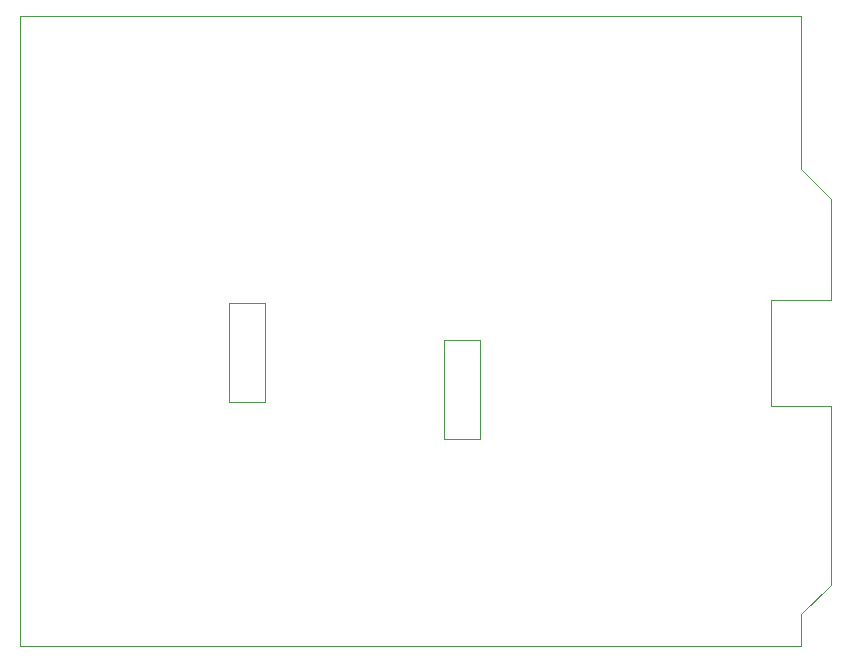
<source format=gbr>
%TF.GenerationSoftware,KiCad,Pcbnew,8.0.4*%
%TF.CreationDate,2024-09-11T09:24:51+02:00*%
%TF.ProjectId,Pico_Adapter,5069636f-5f41-4646-9170-7465722e6b69,V1.1*%
%TF.SameCoordinates,Original*%
%TF.FileFunction,Profile,NP*%
%FSLAX46Y46*%
G04 Gerber Fmt 4.6, Leading zero omitted, Abs format (unit mm)*
G04 Created by KiCad (PCBNEW 8.0.4) date 2024-09-11 09:24:51*
%MOMM*%
%LPD*%
G01*
G04 APERTURE LIST*
%TA.AperFunction,Profile*%
%ADD10C,0.010000*%
%TD*%
G04 APERTURE END LIST*
D10*
%TO.C,U1*%
X79069600Y-104978400D02*
X145184600Y-104978400D01*
X79069600Y-158353400D02*
X79069600Y-104978400D01*
X96708000Y-129312400D02*
X96708000Y-137692400D01*
X96708000Y-129312400D02*
X99808000Y-129312400D01*
X96708000Y-137692400D02*
X99808000Y-137692400D01*
X99808000Y-129312400D02*
X99808000Y-137692400D01*
X114898000Y-132436500D02*
X114898000Y-140816500D01*
X114898000Y-132436500D02*
X117998000Y-132436500D01*
X114898000Y-140816500D02*
X117998000Y-140816500D01*
X117998000Y-132436500D02*
X117998000Y-140816500D01*
X142649600Y-129002400D02*
X142649600Y-138002400D01*
X142649600Y-138002400D02*
X147700400Y-138002400D01*
X145184600Y-117968400D02*
X145184600Y-104978400D01*
X145184600Y-158353400D02*
X79069600Y-158353400D01*
X145184600Y-158353400D02*
X145184600Y-155663400D01*
X147700400Y-120483200D02*
X145184600Y-117968400D01*
X147700400Y-129002400D02*
X142649600Y-129002400D01*
X147700400Y-129002400D02*
X147700400Y-120483200D01*
X147700400Y-138002400D02*
X147700400Y-153147600D01*
X147700400Y-153147600D02*
X145184600Y-155663400D01*
%TD*%
M02*

</source>
